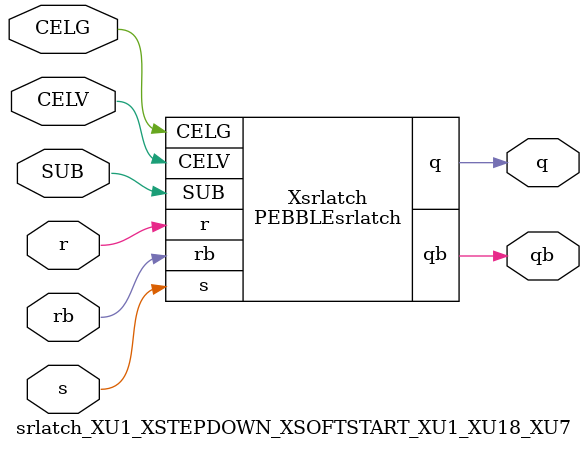
<source format=v>



module PEBBLEsrlatch ( q, qb, CELG, CELV, SUB, r, rb, s );

  input CELV;
  input s;
  output q;
  input rb;
  input r;
  input SUB;
  input CELG;
  output qb;
endmodule

//Celera Confidential Do Not Copy srlatch_XU1_XSTEPDOWN_XSOFTSTART_XU1_XU18_XU7
//Celera Confidential Symbol Generator
//SR Latch
module srlatch_XU1_XSTEPDOWN_XSOFTSTART_XU1_XU18_XU7 (CELV,CELG,s,r,rb,q,qb,SUB);
input CELV;
input CELG;
input s;
input r;
input rb;
input SUB;
output q;
output qb;

//Celera Confidential Do Not Copy srlatch
PEBBLEsrlatch Xsrlatch(
.CELV (CELV),
.r (r),
.s (s),
.q (q),
.qb (qb),
.rb (rb),
.SUB (SUB),
.CELG (CELG)
);
//,diesize,PEBBLEsrlatch

//Celera Confidential Do Not Copy Module End
//Celera Schematic Generator
endmodule

</source>
